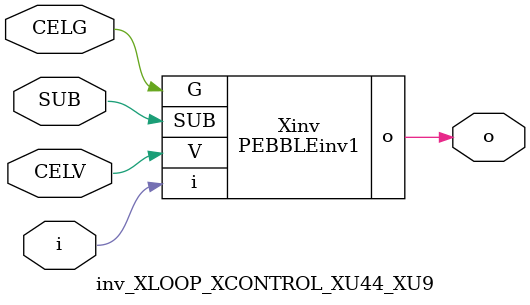
<source format=v>



module PEBBLEinv1 ( o, G, SUB, V, i );

  input V;
  input i;
  input G;
  output o;
  input SUB;
endmodule

//Celera Confidential Do Not Copy inv_XLOOP_XCONTROL_XU44_XU9
//Celera Confidential Symbol Generator
//5V Inverter
module inv_XLOOP_XCONTROL_XU44_XU9 (CELV,CELG,i,o,SUB);
input CELV;
input CELG;
input i;
input SUB;
output o;

//Celera Confidential Do Not Copy inv
PEBBLEinv1 Xinv(
.V (CELV),
.i (i),
.o (o),
.SUB (SUB),
.G (CELG)
);
//,diesize,PEBBLEinv1

//Celera Confidential Do Not Copy Module End
//Celera Schematic Generator
endmodule

</source>
